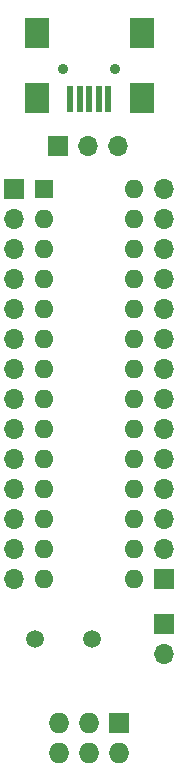
<source format=gts>
G04 #@! TF.FileFunction,Soldermask,Top*
%FSLAX46Y46*%
G04 Gerber Fmt 4.6, Leading zero omitted, Abs format (unit mm)*
G04 Created by KiCad (PCBNEW 4.0.7-e2-6376~58~ubuntu16.04.1) date Tue Sep 12 20:01:57 2017*
%MOMM*%
%LPD*%
G01*
G04 APERTURE LIST*
%ADD10C,0.100000*%
%ADD11R,1.727200X1.727200*%
%ADD12O,1.727200X1.727200*%
%ADD13R,1.600000X1.600000*%
%ADD14O,1.600000X1.600000*%
%ADD15C,1.500000*%
%ADD16R,1.700000X1.700000*%
%ADD17O,1.700000X1.700000*%
%ADD18R,0.500000X2.300000*%
%ADD19R,2.000000X2.500000*%
%ADD20C,0.900000*%
G04 APERTURE END LIST*
D10*
D11*
X78740000Y-116332000D03*
D12*
X78740000Y-118872000D03*
X76200000Y-116332000D03*
X76200000Y-118872000D03*
X73660000Y-116332000D03*
X73660000Y-118872000D03*
D13*
X72390000Y-71120000D03*
D14*
X80010000Y-104140000D03*
X72390000Y-73660000D03*
X80010000Y-101600000D03*
X72390000Y-76200000D03*
X80010000Y-99060000D03*
X72390000Y-78740000D03*
X80010000Y-96520000D03*
X72390000Y-81280000D03*
X80010000Y-93980000D03*
X72390000Y-83820000D03*
X80010000Y-91440000D03*
X72390000Y-86360000D03*
X80010000Y-88900000D03*
X72390000Y-88900000D03*
X80010000Y-86360000D03*
X72390000Y-91440000D03*
X80010000Y-83820000D03*
X72390000Y-93980000D03*
X80010000Y-81280000D03*
X72390000Y-96520000D03*
X80010000Y-78740000D03*
X72390000Y-99060000D03*
X80010000Y-76200000D03*
X72390000Y-101600000D03*
X80010000Y-73660000D03*
X72390000Y-104140000D03*
X80010000Y-71120000D03*
D15*
X76454000Y-109220000D03*
X71574000Y-109220000D03*
D16*
X73533000Y-67437000D03*
D17*
X76073000Y-67437000D03*
X78613000Y-67437000D03*
D16*
X82550000Y-107950000D03*
D17*
X82550000Y-110490000D03*
D16*
X69850000Y-71120000D03*
D17*
X69850000Y-73660000D03*
X69850000Y-76200000D03*
X69850000Y-78740000D03*
X69850000Y-81280000D03*
X69850000Y-83820000D03*
X69850000Y-86360000D03*
X69850000Y-88900000D03*
X69850000Y-91440000D03*
X69850000Y-93980000D03*
X69850000Y-96520000D03*
X69850000Y-99060000D03*
X69850000Y-101600000D03*
X69850000Y-104140000D03*
D16*
X82550000Y-104140000D03*
D17*
X82550000Y-101600000D03*
X82550000Y-99060000D03*
X82550000Y-96520000D03*
X82550000Y-93980000D03*
X82550000Y-91440000D03*
X82550000Y-88900000D03*
X82550000Y-86360000D03*
X82550000Y-83820000D03*
X82550000Y-81280000D03*
X82550000Y-78740000D03*
X82550000Y-76200000D03*
X82550000Y-73660000D03*
X82550000Y-71120000D03*
D18*
X77800000Y-63506000D03*
X77000000Y-63506000D03*
X76200000Y-63506000D03*
X75400000Y-63506000D03*
X74600000Y-63506000D03*
D19*
X80650000Y-63406000D03*
X80650000Y-57906000D03*
X71750000Y-63406000D03*
X71750000Y-57906000D03*
D20*
X78400000Y-60906000D03*
X74000000Y-60906000D03*
M02*

</source>
